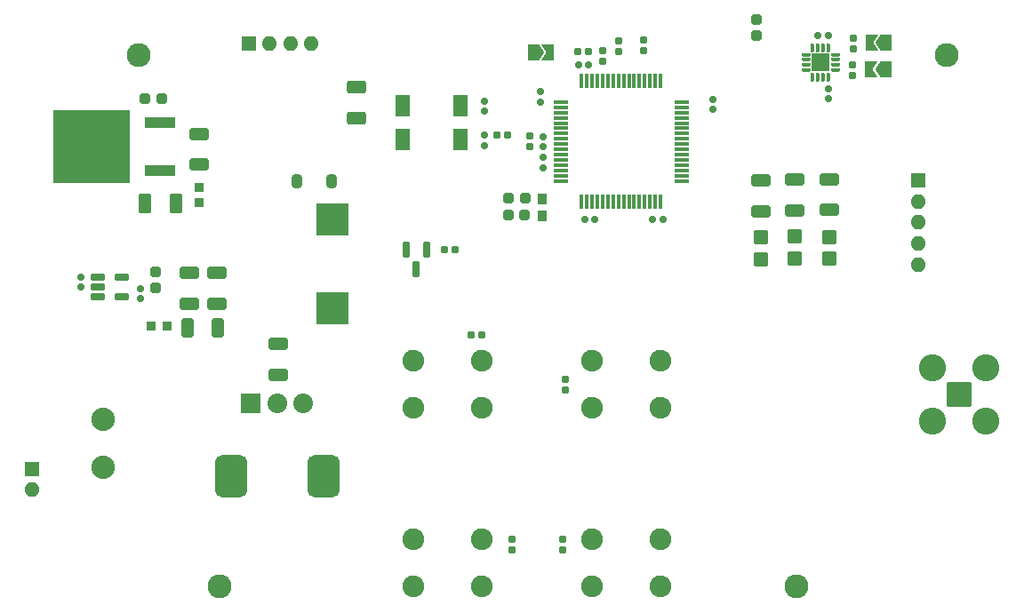
<source format=gbr>
%TF.GenerationSoftware,KiCad,Pcbnew,8.0.6*%
%TF.CreationDate,2025-03-02T19:30:28-05:00*%
%TF.ProjectId,receiver,72656365-6976-4657-922e-6b696361645f,rev?*%
%TF.SameCoordinates,Original*%
%TF.FileFunction,Soldermask,Top*%
%TF.FilePolarity,Negative*%
%FSLAX46Y46*%
G04 Gerber Fmt 4.6, Leading zero omitted, Abs format (unit mm)*
G04 Created by KiCad (PCBNEW 8.0.6) date 2025-03-02 19:30:28*
%MOMM*%
%LPD*%
G01*
G04 APERTURE LIST*
G04 Aperture macros list*
%AMRoundRect*
0 Rectangle with rounded corners*
0 $1 Rounding radius*
0 $2 $3 $4 $5 $6 $7 $8 $9 X,Y pos of 4 corners*
0 Add a 4 corners polygon primitive as box body*
4,1,4,$2,$3,$4,$5,$6,$7,$8,$9,$2,$3,0*
0 Add four circle primitives for the rounded corners*
1,1,$1+$1,$2,$3*
1,1,$1+$1,$4,$5*
1,1,$1+$1,$6,$7*
1,1,$1+$1,$8,$9*
0 Add four rect primitives between the rounded corners*
20,1,$1+$1,$2,$3,$4,$5,0*
20,1,$1+$1,$4,$5,$6,$7,0*
20,1,$1+$1,$6,$7,$8,$9,0*
20,1,$1+$1,$8,$9,$2,$3,0*%
%AMFreePoly0*
4,1,16,0.526870,0.776870,0.531618,0.771079,1.031618,0.021079,1.037262,-0.007452,1.031618,-0.021079,0.531618,-0.771079,0.507452,-0.787262,0.500000,-0.788000,-0.500000,-0.788000,-0.526870,-0.776870,-0.538000,-0.750000,-0.538000,0.750000,-0.526870,0.776870,-0.500000,0.788000,0.500000,0.788000,0.526870,0.776870,0.526870,0.776870,$1*%
%AMFreePoly1*
4,1,16,0.526870,0.776870,0.538000,0.750000,0.538000,-0.750000,0.526870,-0.776870,0.500000,-0.788000,-0.650000,-0.788000,-0.676870,-0.776870,-0.688000,-0.750000,-0.681618,-0.728921,-0.195670,0.000000,-0.681618,0.728921,-0.687262,0.757452,-0.671079,0.781618,-0.650000,0.788000,0.500000,0.788000,0.526870,0.776870,0.526870,0.776870,$1*%
G04 Aperture macros list end*
%ADD10RoundRect,0.169000X-0.531500X-0.169000X0.531500X-0.169000X0.531500X0.169000X-0.531500X0.169000X0*%
%ADD11RoundRect,0.244000X0.244000X0.269000X-0.244000X0.269000X-0.244000X-0.269000X0.244000X-0.269000X0*%
%ADD12RoundRect,0.159000X0.189000X-0.159000X0.189000X0.159000X-0.189000X0.159000X-0.189000X-0.159000X0*%
%ADD13RoundRect,0.038000X0.355600X-0.127000X0.355600X0.127000X-0.355600X0.127000X-0.355600X-0.127000X0*%
%ADD14RoundRect,0.038000X-0.127000X-0.355600X0.127000X-0.355600X0.127000X0.355600X-0.127000X0.355600X0*%
%ADD15RoundRect,0.038000X-0.838200X-0.838200X0.838200X-0.838200X0.838200X0.838200X-0.838200X0.838200X0*%
%ADD16RoundRect,0.038000X-0.400000X-0.400000X0.400000X-0.400000X0.400000X0.400000X-0.400000X0.400000X0*%
%ADD17RoundRect,0.159000X-0.189000X0.159000X-0.189000X-0.159000X0.189000X-0.159000X0.189000X0.159000X0*%
%ADD18C,2.276000*%
%ADD19FreePoly0,0.000000*%
%ADD20FreePoly1,0.000000*%
%ADD21RoundRect,0.038000X1.500000X-1.500000X1.500000X1.500000X-1.500000X1.500000X-1.500000X-1.500000X0*%
%ADD22RoundRect,0.154000X-0.154000X-0.204000X0.154000X-0.204000X0.154000X0.204000X-0.154000X0.204000X0*%
%ADD23RoundRect,0.038000X-0.675000X-0.675000X0.675000X-0.675000X0.675000X0.675000X-0.675000X0.675000X0*%
%ADD24O,1.426000X1.426000*%
%ADD25RoundRect,0.159000X0.159000X0.189000X-0.159000X0.189000X-0.159000X-0.189000X0.159000X-0.189000X0*%
%ADD26RoundRect,0.038000X0.600000X-0.600000X0.600000X0.600000X-0.600000X0.600000X-0.600000X-0.600000X0*%
%ADD27RoundRect,0.159000X-0.159000X-0.189000X0.159000X-0.189000X0.159000X0.189000X-0.159000X0.189000X0*%
%ADD28RoundRect,0.154000X0.204000X-0.154000X0.204000X0.154000X-0.204000X0.154000X-0.204000X-0.154000X0*%
%ADD29RoundRect,0.266889X-0.646111X0.333611X-0.646111X-0.333611X0.646111X-0.333611X0.646111X0.333611X0*%
%ADD30RoundRect,0.266889X0.646111X-0.333611X0.646111X0.333611X-0.646111X0.333611X-0.646111X-0.333611X0*%
%ADD31RoundRect,0.154000X-0.204000X0.154000X-0.204000X-0.154000X0.204000X-0.154000X0.204000X0.154000X0*%
%ADD32RoundRect,0.266889X0.333611X0.646111X-0.333611X0.646111X-0.333611X-0.646111X0.333611X-0.646111X0*%
%ADD33RoundRect,0.038000X0.675000X-0.675000X0.675000X0.675000X-0.675000X0.675000X-0.675000X-0.675000X0*%
%ADD34RoundRect,0.038000X0.400000X-0.400000X0.400000X0.400000X-0.400000X0.400000X-0.400000X-0.400000X0*%
%ADD35FreePoly0,180.000000*%
%ADD36FreePoly1,180.000000*%
%ADD37RoundRect,0.266521X-0.346479X-0.671479X0.346479X-0.671479X0.346479X0.671479X-0.346479X0.671479X0*%
%ADD38RoundRect,0.244000X-0.244000X-0.394000X0.244000X-0.394000X0.244000X0.394000X-0.244000X0.394000X0*%
%ADD39RoundRect,0.169000X-0.169000X0.606500X-0.169000X-0.606500X0.169000X-0.606500X0.169000X0.606500X0*%
%ADD40RoundRect,0.038000X-0.596900X-0.152400X0.596900X-0.152400X0.596900X0.152400X-0.596900X0.152400X0*%
%ADD41RoundRect,0.038000X0.152400X-0.596900X0.152400X0.596900X-0.152400X0.596900X-0.152400X-0.596900X0*%
%ADD42RoundRect,0.244000X-0.269000X0.244000X-0.269000X-0.244000X0.269000X-0.244000X0.269000X0.244000X0*%
%ADD43RoundRect,0.154000X0.154000X0.204000X-0.154000X0.204000X-0.154000X-0.204000X0.154000X-0.204000X0*%
%ADD44RoundRect,0.206712X-0.981288X0.981288X-0.981288X-0.981288X0.981288X-0.981288X0.981288X0.981288X0*%
%ADD45C,2.576000*%
%ADD46RoundRect,0.266521X-0.671479X0.346479X-0.671479X-0.346479X0.671479X-0.346479X0.671479X0.346479X0*%
%ADD47RoundRect,0.038000X0.400000X-0.500000X0.400000X0.500000X-0.400000X0.500000X-0.400000X-0.500000X0*%
%ADD48RoundRect,0.038000X0.650000X0.950000X-0.650000X0.950000X-0.650000X-0.950000X0.650000X-0.950000X0*%
%ADD49RoundRect,0.038000X1.397000X-0.469900X1.397000X0.469900X-1.397000X0.469900X-1.397000X-0.469900X0*%
%ADD50RoundRect,0.038000X3.619500X-3.416300X3.619500X3.416300X-3.619500X3.416300X-3.619500X-3.416300X0*%
%ADD51RoundRect,0.038000X-0.900000X0.900000X-0.900000X-0.900000X0.900000X-0.900000X0.900000X0.900000X0*%
%ADD52C,1.876000*%
%ADD53RoundRect,0.769000X-0.769000X1.269000X-0.769000X-1.269000X0.769000X-1.269000X0.769000X1.269000X0*%
%ADD54C,2.076000*%
%ADD55C,2.235000*%
G04 APERTURE END LIST*
D10*
%TO.C,U3*%
X108314821Y-98813395D03*
X108314821Y-99763395D03*
X108314821Y-100713395D03*
X110589821Y-100713395D03*
X110589821Y-98813395D03*
%TD*%
D11*
%TO.C,STM_C9*%
X148955222Y-92914887D03*
X147405222Y-92914887D03*
%TD*%
D12*
%TO.C,CSTL_C1*%
X145117170Y-83006379D03*
X145117170Y-82046379D03*
%TD*%
D13*
%TO.C,U4*%
X175719419Y-77623457D03*
X175719419Y-78123458D03*
X175719419Y-78623458D03*
X175719419Y-79123459D03*
D14*
X176366418Y-79770458D03*
X176866419Y-79770458D03*
X177366419Y-79770458D03*
X177866420Y-79770458D03*
D13*
X178513419Y-79123459D03*
X178513419Y-78623458D03*
X178513419Y-78123458D03*
X178513419Y-77623457D03*
D14*
X177866420Y-76976458D03*
X177366419Y-76976458D03*
X176866419Y-76976458D03*
X176366418Y-76976458D03*
D15*
X177116419Y-78373458D03*
%TD*%
D16*
%TO.C,PWR_D2*%
X113353128Y-103519171D03*
X114853128Y-103519171D03*
%TD*%
D17*
%TO.C,PWR_C4*%
X106681187Y-98820277D03*
X106681187Y-99780277D03*
%TD*%
D18*
%TO.C,REF\u002A\u002A*%
X119893173Y-128304555D03*
%TD*%
D19*
%TO.C,JP1*%
X149772192Y-77371319D03*
D20*
X151222192Y-77371319D03*
%TD*%
D21*
%TO.C,BZ1*%
X130649833Y-101763250D03*
X130649833Y-93363250D03*
%TD*%
D22*
%TO.C,BUT_R1*%
X143846547Y-104296696D03*
X144866547Y-104296696D03*
%TD*%
D17*
%TO.C,MLX_C1*%
X177869013Y-80844887D03*
X177869013Y-81804887D03*
%TD*%
D23*
%TO.C,PWR_J1*%
X101999565Y-117092575D03*
D24*
X101999565Y-119092575D03*
%TD*%
D25*
%TO.C,STM_C3*%
X155600749Y-93325498D03*
X154640749Y-93325498D03*
%TD*%
D26*
%TO.C,D3*%
X177972188Y-97094202D03*
X177972188Y-94994202D03*
%TD*%
D25*
%TO.C,STM_C4*%
X162102231Y-93343763D03*
X161142231Y-93343763D03*
%TD*%
D27*
%TO.C,STM_C1*%
X154049054Y-78594732D03*
X155009054Y-78594732D03*
%TD*%
D28*
%TO.C,S_R1*%
X149419988Y-86415667D03*
X149419988Y-85395667D03*
%TD*%
D11*
%TO.C,STM_C8*%
X148964259Y-91320267D03*
X147414259Y-91320267D03*
%TD*%
D29*
%TO.C,LED_R1*%
X171444382Y-89602577D03*
X171444382Y-92527577D03*
%TD*%
D12*
%TO.C,PWR_C5*%
X112305458Y-100875165D03*
X112305458Y-99915165D03*
%TD*%
D29*
%TO.C,PWR_R1*%
X117907483Y-85186988D03*
X117907483Y-88111988D03*
%TD*%
D30*
%TO.C,BUZ_R1*%
X125456681Y-108147091D03*
X125456681Y-105222091D03*
%TD*%
D22*
%TO.C,S_R4*%
X146282778Y-85264942D03*
X147302778Y-85264942D03*
%TD*%
D18*
%TO.C,REF\u002A\u002A*%
X174801556Y-128304555D03*
%TD*%
D17*
%TO.C,S_C10*%
X150667053Y-85425431D03*
X150667053Y-86385431D03*
%TD*%
D31*
%TO.C,I2C_R2*%
X160300519Y-76238048D03*
X160300519Y-77258048D03*
%TD*%
D32*
%TO.C,PWR_R4*%
X119727314Y-103633713D03*
X116802314Y-103633713D03*
%TD*%
D31*
%TO.C,STM_R2*%
X156380150Y-77268722D03*
X156380150Y-78288722D03*
%TD*%
D33*
%TO.C,J3*%
X122631959Y-76597438D03*
D24*
X124631959Y-76597438D03*
X126631959Y-76597438D03*
X128631959Y-76597438D03*
%TD*%
D28*
%TO.C,BUT_R4*%
X152560448Y-124807293D03*
X152560448Y-123787293D03*
%TD*%
D12*
%TO.C,S_C7*%
X150669133Y-88387129D03*
X150669133Y-87427129D03*
%TD*%
D34*
%TO.C,PWR_D1*%
X117911156Y-91756319D03*
X117911156Y-90256319D03*
%TD*%
D35*
%TO.C,MLX_A0*%
X183353945Y-76507302D03*
D36*
X181903945Y-76507302D03*
%TD*%
D29*
%TO.C,LED_R2*%
X174689472Y-89515365D03*
X174689472Y-92440365D03*
%TD*%
%TO.C,PWR_R3*%
X119582044Y-98429514D03*
X119582044Y-101354514D03*
%TD*%
%TO.C,PWR_R2*%
X117004854Y-98429514D03*
X117004854Y-101354514D03*
%TD*%
D26*
%TO.C,D2*%
X174686024Y-97071779D03*
X174686024Y-94971779D03*
%TD*%
D29*
%TO.C,LED_R3*%
X177954400Y-89508603D03*
X177954400Y-92433603D03*
%TD*%
D31*
%TO.C,I2C_R1*%
X157918528Y-76270201D03*
X157918528Y-77290201D03*
%TD*%
D28*
%TO.C,BUT_R3*%
X152800916Y-109605109D03*
X152800916Y-108585109D03*
%TD*%
D18*
%TO.C,REF\u002A\u002A*%
X189107658Y-77640082D03*
%TD*%
D37*
%TO.C,PWR_C1*%
X112760277Y-91797018D03*
X115710277Y-91797018D03*
%TD*%
D38*
%TO.C,BUZ_D1*%
X127237611Y-89681145D03*
X130537611Y-89681145D03*
%TD*%
D12*
%TO.C,S_C2*%
X150483023Y-82114002D03*
X150483023Y-81154002D03*
%TD*%
D39*
%TO.C,Q1*%
X138611808Y-98070991D03*
X139561808Y-96195991D03*
X137661808Y-96195991D03*
%TD*%
D35*
%TO.C,MLX_A1*%
X183336005Y-79047302D03*
D36*
X181886005Y-79047302D03*
%TD*%
D23*
%TO.C,J2*%
X186415391Y-89603771D03*
D24*
X186415391Y-91603771D03*
X186415391Y-93603771D03*
X186415391Y-95603771D03*
X186415391Y-97603771D03*
%TD*%
D28*
%TO.C,MLX_R1*%
X180226624Y-77094622D03*
X180226624Y-76074622D03*
%TD*%
D18*
%TO.C,REF\u002A\u002A*%
X112197458Y-77640082D03*
%TD*%
D40*
%TO.C,U1*%
X152366799Y-82147422D03*
X152366799Y-82647421D03*
X152366799Y-83147422D03*
X152366799Y-83647421D03*
X152366799Y-84147423D03*
X152366799Y-84647422D03*
X152366799Y-85147421D03*
X152366799Y-85647422D03*
X152366799Y-86147422D03*
X152366799Y-86647423D03*
X152366799Y-87147422D03*
X152366799Y-87647421D03*
X152366799Y-88147423D03*
X152366799Y-88647422D03*
X152366799Y-89147423D03*
X152366799Y-89647422D03*
D41*
X154366798Y-91647421D03*
X154866797Y-91647421D03*
X155366798Y-91647421D03*
X155866797Y-91647421D03*
X156366799Y-91647421D03*
X156866798Y-91647421D03*
X157366797Y-91647421D03*
X157866798Y-91647421D03*
X158366798Y-91647421D03*
X158866799Y-91647421D03*
X159366798Y-91647421D03*
X159866797Y-91647421D03*
X160366799Y-91647421D03*
X160866798Y-91647421D03*
X161366799Y-91647421D03*
X161866798Y-91647421D03*
D40*
X163866797Y-89647422D03*
X163866797Y-89147423D03*
X163866797Y-88647422D03*
X163866797Y-88147423D03*
X163866797Y-87647421D03*
X163866797Y-87147422D03*
X163866797Y-86647423D03*
X163866797Y-86147422D03*
X163866797Y-85647422D03*
X163866797Y-85147421D03*
X163866797Y-84647422D03*
X163866797Y-84147423D03*
X163866797Y-83647421D03*
X163866797Y-83147422D03*
X163866797Y-82647421D03*
X163866797Y-82147422D03*
D41*
X161866798Y-80147423D03*
X161366799Y-80147423D03*
X160866798Y-80147423D03*
X160366799Y-80147423D03*
X159866797Y-80147423D03*
X159366798Y-80147423D03*
X158866799Y-80147423D03*
X158366798Y-80147423D03*
X157866798Y-80147423D03*
X157366797Y-80147423D03*
X156866798Y-80147423D03*
X156366799Y-80147423D03*
X155866797Y-80147423D03*
X155366798Y-80147423D03*
X154866797Y-80147423D03*
X154366798Y-80147423D03*
%TD*%
D42*
%TO.C,MLX_C3*%
X171019801Y-74252401D03*
X171019801Y-75802401D03*
%TD*%
D43*
%TO.C,STM_R3*%
X155020958Y-77284395D03*
X154000958Y-77284395D03*
%TD*%
D31*
%TO.C,MLX_R2*%
X180177236Y-78582262D03*
X180177236Y-79602262D03*
%TD*%
D44*
%TO.C,J1*%
X190338188Y-109992891D03*
D45*
X192878188Y-107452891D03*
X187798188Y-107452891D03*
X192878188Y-112532891D03*
X187798188Y-112532891D03*
%TD*%
D42*
%TO.C,PWR_C3*%
X113810283Y-98334129D03*
X113810283Y-99884129D03*
%TD*%
D26*
%TO.C,D1*%
X171434291Y-97144398D03*
X171434291Y-95044398D03*
%TD*%
D11*
%TO.C,PWR_C2*%
X114349877Y-81846789D03*
X112799877Y-81846789D03*
%TD*%
D27*
%TO.C,MLX_C2*%
X176881766Y-75807249D03*
X177841766Y-75807249D03*
%TD*%
D17*
%TO.C,CSTL_C2*%
X145125495Y-85313305D03*
X145125495Y-86273305D03*
%TD*%
D46*
%TO.C,STM_C6*%
X132899705Y-80685496D03*
X132899705Y-83635496D03*
%TD*%
D17*
%TO.C,STM_C5*%
X166840406Y-81899607D03*
X166840406Y-82859607D03*
%TD*%
D47*
%TO.C,FB1*%
X150600285Y-92956192D03*
X150600285Y-91356192D03*
%TD*%
D48*
%TO.C,Y1*%
X142795495Y-82532278D03*
X137295495Y-82532278D03*
X142795495Y-85732278D03*
X137295495Y-85732278D03*
%TD*%
D43*
%TO.C,BUZ_R2*%
X142276008Y-96224213D03*
X141256008Y-96224213D03*
%TD*%
D28*
%TO.C,BUT_R2*%
X147720677Y-124807293D03*
X147720677Y-123787293D03*
%TD*%
D49*
%TO.C,U2*%
X114208585Y-88696382D03*
D50*
X107693485Y-86406381D03*
D49*
X114208585Y-84116380D03*
%TD*%
D51*
%TO.C,RV1*%
X122855079Y-110819387D03*
D52*
X125355079Y-110819387D03*
X127855079Y-110819387D03*
D53*
X129755079Y-117819387D03*
X120955079Y-117819387D03*
%TD*%
D54*
%TO.C,SW3*%
X161834957Y-106771352D03*
X155334957Y-106771352D03*
X161834957Y-111271352D03*
X155334957Y-111271352D03*
%TD*%
%TO.C,SW1*%
X144834957Y-106771352D03*
X138334957Y-106771352D03*
X144834957Y-111271352D03*
X138334957Y-111271352D03*
%TD*%
%TO.C,SW4*%
X161834957Y-123771352D03*
X155334957Y-123771352D03*
X161834957Y-128271352D03*
X155334957Y-128271352D03*
%TD*%
%TO.C,SW2*%
X144834957Y-123771352D03*
X138334957Y-123771352D03*
X144834957Y-128271352D03*
X138334957Y-128271352D03*
%TD*%
D55*
%TO.C,SW5*%
X108760540Y-112361013D03*
X108760540Y-116961014D03*
%TD*%
M02*

</source>
